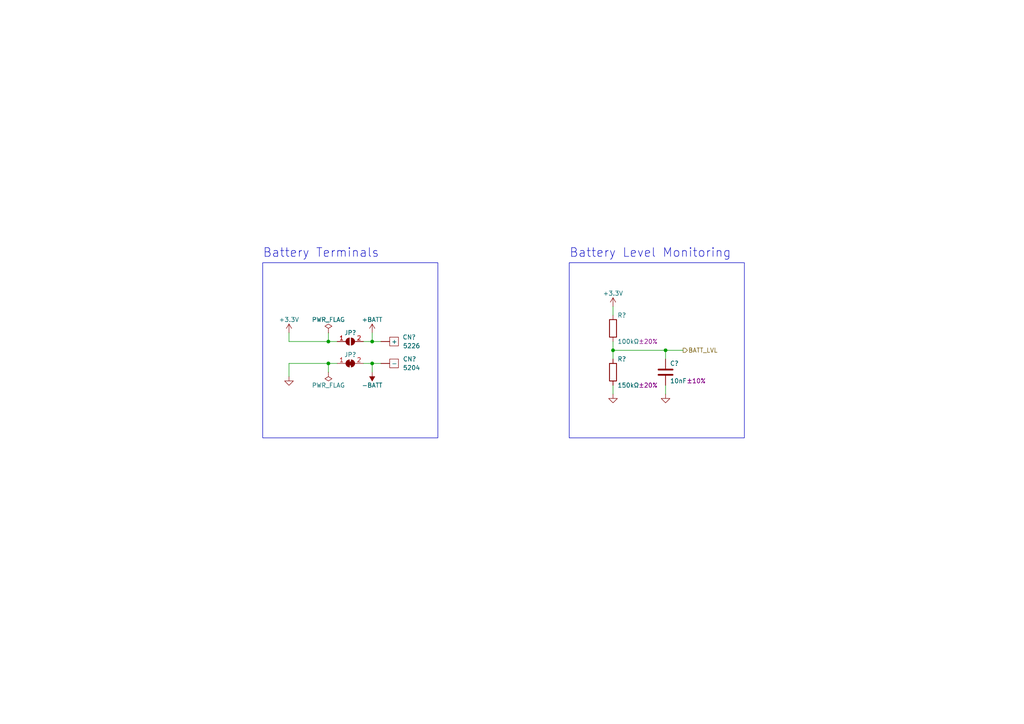
<source format=kicad_sch>
(kicad_sch (version 20230121) (generator eeschema)
  (paper "A4")
  (lib_symbols
    (symbol "BatteryTerminal:Negative_Spring_Battery_Contact_5204" (pin_numbers hide) (pin_names (offset 0.47))
      (property "Reference" "CN" (at 0 3.81 0))
      (property "Value" "5204" (at 0 -3.81 0))
      (symbol "Negative_Spring_Battery_Contact_5204_0_1"
        (rectangle (start -1.27 1.27) (end 1.27 -1.27))
      )
      (symbol "Negative_Spring_Battery_Contact_5204_1_1"
        (pin power_out line (at -3.81 0 0) (length 2.54) (name "-") (number "1"))
      )
    )
    (symbol "BatteryTerminal:Positive_Button_Battery_Contact_5226" (pin_numbers hide) (pin_names (offset 0.465))
      (property "Reference" "CN" (at 0 3.81 0))
      (property "Value" "5226" (at 0 -3.81 0))
      (symbol "Positive_Button_Battery_Contact_5226_0_1"
        (rectangle (start -1.27 1.27) (end 1.27 -1.27))
      )
      (symbol "Positive_Button_Battery_Contact_5226_1_1"
        (pin power_out line (at -3.81 0 0) (length 2.54) (name "+") (number "1"))
      )
    )
    (symbol "Device:C" (pin_numbers hide) (pin_names (offset 0.254))
      (property "Reference" "C" (at 0.635 2.54 0))
      (property "Value" "C" (at 0.635 -2.54 0))
      (symbol "C_0_1"
        (polyline (pts (xy -2.032 -0.762) (xy 2.032 -0.762)) (stroke (width 0.508)))
        (polyline (pts (xy -2.032 0.762) (xy 2.032 0.762)) (stroke (width 0.508)))
      )
      (symbol "C_1_1"
        (pin passive line (at 0 3.81 270) (length 2.794) (name "~") (number "1"))
        (pin passive line (at 0 -3.81 90) (length 2.794) (name "~") (number "2"))
      )
    )
    (symbol "Device:R" (pin_numbers hide) (pin_names (offset 0))
      (property "Reference" "R" (at 2.032 0 90))
      (property "Value" "R" (at 0 0 90))
      (symbol "R_0_1"
        (rectangle (start -1.016 -2.54) (end 1.016 2.54) (stroke (width 0.254)))
      )
      (symbol "R_1_1"
        (pin passive line (at 0 3.81 270) (length 1.27) (name "~") (number "1"))
        (pin passive line (at 0 -3.81 90) (length 1.27) (name "~") (number "2"))
      )
    )
    (symbol "Jumper:SolderJumper_2_Bridged" (pin_names (offset 0) hide)
      (property "Reference" "JP" (at 0 2.032 0))
      (property "Value" "SolderJumper_2_Bridged" (at 0 -2.54 0))
      (symbol "SolderJumper_2_Bridged_0_1"
        (rectangle (start -0.508 0.508) (end 0.508 -0.508) (fill (type outline)))
        (arc (start -0.254 1.016) (mid -1.2656 0) (end -0.254 -1.016))
        (arc (start -0.254 1.016) (mid -1.2656 0) (end -0.254 -1.016) (fill (type outline)))
        (polyline (pts (xy -0.254 1.016) (xy -0.254 -1.016)))
        (polyline (pts (xy 0.254 1.016) (xy 0.254 -1.016)))
        (arc (start 0.254 -1.016) (mid 1.2656 0) (end 0.254 1.016))
        (arc (start 0.254 -1.016) (mid 1.2656 0) (end 0.254 1.016) (fill (type outline)))
      )
      (symbol "SolderJumper_2_Bridged_1_1"
        (pin passive line (at -3.81 0 0) (length 2.54) (name "A") (number "1"))
        (pin passive line (at 3.81 0 180) (length 2.54) (name "B") (number "2"))
      )
    )
    (symbol "Jumper:SolderJumper_2_Open" (pin_names (offset 0) hide)
      (property "Reference" "JP" (at 0 2.032 0))
      (property "Value" "SolderJumper_2_Open" (at 0 -2.54 0))
      (symbol "SolderJumper_2_Open_0_1"
        (arc (start -0.254 1.016) (mid -1.2656 0) (end -0.254 -1.016))
        (arc (start -0.254 1.016) (mid -1.2656 0) (end -0.254 -1.016) (fill (type outline)))
        (polyline (pts (xy -0.254 1.016) (xy -0.254 -1.016)))
        (polyline (pts (xy 0.254 1.016) (xy 0.254 -1.016)))
        (arc (start 0.254 -1.016) (mid 1.2656 0) (end 0.254 1.016))
        (arc (start 0.254 -1.016) (mid 1.2656 0) (end 0.254 1.016) (fill (type outline)))
      )
      (symbol "SolderJumper_2_Open_1_1"
        (pin passive line (at -3.81 0 0) (length 2.54) (name "A") (number "1"))
        (pin passive line (at 3.81 0 180) (length 2.54) (name "B") (number "2"))
      )
    )
    (symbol "power:+3.3V" (power) (pin_names (offset 0))
      (property "Value" "+3.3V" (at 0 3.556 0))
      (symbol "+3.3V_0_1"
        (polyline (pts (xy -0.762 1.27) (xy 0 2.54)))
        (polyline (pts (xy 0 0) (xy 0 2.54)))
        (polyline (pts (xy 0 2.54) (xy 0.762 1.27)))
      )
      (symbol "+3.3V_1_1"
        (pin power_in line (at 0 0 90) (length 0) hide (name "+3.3V") (number "1"))
      )
    )
    (symbol "power:+BATT" (power) (pin_names (offset 0))
      (property "Value" "+BATT" (at 0 3.556 0))
      (symbol "+BATT_0_1"
        (polyline (pts (xy -0.762 1.27) (xy 0 2.54)))
        (polyline (pts (xy 0 0) (xy 0 2.54)))
        (polyline (pts (xy 0 2.54) (xy 0.762 1.27)))
      )
      (symbol "+BATT_1_1"
        (pin power_in line (at 0 0 90) (length 0) hide (name "+BATT") (number "1"))
      )
    )
    (symbol "power:-BATT" (power) (pin_names (offset 0))
      (property "Value" "-BATT" (at 0 3.556 0))
      (symbol "-BATT_0_1"
        (polyline (pts (xy 0 0) (xy 0 2.54)))
        (polyline (pts (xy 0.762 1.27) (xy -0.762 1.27) (xy 0 2.54) (xy 0.762 1.27)) (fill (type outline)))
      )
      (symbol "-BATT_1_1"
        (pin power_in line (at 0 0 90) (length 0) hide (name "-BATT") (number "1"))
      )
    )
    (symbol "power:GND" (power) (pin_names (offset 0))
      (property "Value" "GND" (at 0 -3.81 0))
      (symbol "GND_0_1"
        (polyline (pts (xy 0 0) (xy 0 -1.27) (xy 1.27 -1.27) (xy 0 -2.54) (xy -1.27 -1.27) (xy 0 -1.27)))
      )
      (symbol "GND_1_1"
        (pin power_in line (at 0 0 270) (length 0) hide (name "GND") (number "1"))
      )
    )
    (symbol "power:PWR_FLAG" (power) (pin_numbers hide) (pin_names (offset 0) hide)
      (property "Value" "PWR_FLAG" (at 0 3.81 0))
      (symbol "PWR_FLAG_0_0"
        (pin power_out line (at 0 0 90) (length 0) (name "pwr") (number "1"))
      )
      (symbol "PWR_FLAG_0_1"
        (polyline (pts (xy 0 0) (xy 0 1.27) (xy -1.016 1.905) (xy 0 2.54) (xy 1.016 1.905) (xy 0 1.27)))
      )
    )
  )
  (junction (at 107.95 99.06))
  (junction (at 177.8 101.6))
  (junction (at 107.95 105.41))
  (junction (at 95.25 105.41))
  (junction (at 95.25 99.06))
  (junction (at 193.04 101.6))
  (wire (pts (xy 177.8 101.6) (xy 177.8 104.14)))
  (wire (pts (xy 95.25 105.41) (xy 97.79 105.41)))
  (wire (pts (xy 177.8 99.06) (xy 177.8 101.6)))
  (wire (pts (xy 105.41 105.41) (xy 107.95 105.41)))
  (wire (pts (xy 83.82 99.06) (xy 95.25 99.06)))
  (wire (pts (xy 107.95 105.41) (xy 110.49 105.41)))
  (wire (pts (xy 97.79 99.06) (xy 95.25 99.06)))
  (wire (pts (xy 83.82 96.52) (xy 83.82 99.06)))
  (wire (pts (xy 83.82 105.41) (xy 83.82 109.22)))
  (wire (pts (xy 177.8 111.76) (xy 177.8 114.3)))
  (wire (pts (xy 177.8 101.6) (xy 193.04 101.6)))
  (wire (pts (xy 105.41 99.06) (xy 107.95 99.06)))
  (wire (pts (xy 95.25 96.52) (xy 95.25 99.06)))
  (wire (pts (xy 107.95 99.06) (xy 107.95 96.52)))
  (wire (pts (xy 193.04 101.6) (xy 198.12 101.6)))
  (wire (pts (xy 107.95 105.41) (xy 107.95 107.95)))
  (wire (pts (xy 107.95 99.06) (xy 110.49 99.06)))
  (wire (pts (xy 193.04 111.76) (xy 193.04 114.3)))
  (wire (pts (xy 83.82 105.41) (xy 95.25 105.41)))
  (wire (pts (xy 177.8 88.9) (xy 177.8 91.44)))
  (wire (pts (xy 193.04 101.6) (xy 193.04 104.14)))
  (wire (pts (xy 95.25 105.41) (xy 95.25 107.95)))
  (rectangle (start 76.2 76.2) (end 127 127))
  (rectangle (start 165.1 76.2) (end 215.9 127))
  (text "Battery Level Monitoring" (at 165.1 74.93 0) (effects (font (size 2.54 2.54)) (justify left bottom)))
  (text "Battery Terminals" (at 76.2 74.93 0) (effects (font (size 2.54 2.54)) (justify left bottom)))
  (hierarchical_label "BATT_LVL" (shape output) (at 198.12 101.6 0))
  (symbol (lib_id "power:-BATT") (at 107.95 107.95 180) (unit 1)
    (property "Reference" "#PWR?" (effects hide))
    (property "Value" "-BATT" (at 107.95 111.76 0))
    (instances (project "narrow-door-contact-sensor" (path "" (reference "#PWR?") (unit 1)) (path "" (reference "#PWR026") (unit 1))))
  )
  (symbol (lib_id "power:PWR_FLAG") (at 95.25 107.95 180) (unit 1)
    (property "Reference" "#FLG?" (effects hide))
    (property "Value" "PWR_FLAG" (at 95.25 111.76 0))
    (instances (project "narrow-door-contact-sensor" (path "" (reference "#FLG?") (unit 1)) (path "" (reference "#FLG02") (unit 1))))
  )
  (symbol (lib_id "power:PWR_FLAG") (at 95.25 96.52 0) (unit 1)
    (property "Reference" "#FLG?" (effects hide))
    (property "Value" "PWR_FLAG" (at 95.25 92.71 0))
    (instances (project "narrow-door-contact-sensor" (path "" (reference "#FLG?") (unit 1)) (path "" (reference "#FLG01") (unit 1))))
  )
  (symbol (lib_id "power:+3.3V") (at 177.8 88.9 0) (unit 1)
    (property "Reference" "#PWR?" (effects hide))
    (property "Value" "+3.3V" (at 177.8 85.09 0))
    (instances (project "narrow-door-contact-sensor" (path "" (reference "#PWR?") (unit 1)) (path "" (reference "#PWR023") (unit 1))))
  )
  (symbol (lib_id "Jumper:SolderJumper_2_Bridged") (at 101.6 105.41 0) (unit 1) (in_bom no)
    (property "Reference" "JP?" (at 101.6 102.87 0))
    (property "Value" "SolderJumper_2_Bridged" (effects hide))
    (property "Footprint" "Jumper:SolderJumper-2_P1.3mm_Bridged_RoundedPad1.0x1.5mm" (effects hide))
    (property "Sim.Device" "R" (effects hide))
    (property "Sim.Pins" "1=+ 2=-" (effects hide))
    (property "Sim.Params" "r=0" (effects hide))
    (instances (project "narrow-door-contact-sensor" (path "" (reference "JP?") (unit 1)) (path "" (reference "JP2") (unit 1))))
  )
  (symbol (lib_id "Device:R") (at 177.8 107.95 0) (unit 1)
    (property "Reference" "R?" (at 179.07 104.14 0) (effects (justify left)))
    (property "Value" "150kΩ" (at 179.07 111.76 0) (effects (justify left)))
    (property "Footprint" "Resistor_SMD:R_0201_0603Metric" (effects hide))
    (property "Tolerance" "±20%" (at 187.96 111.76 0))
    (property "LCSC Part" "C473465" (effects hide))
    (property "Sim.Device" "R" (effects hide))
    (property "Sim.Params" "r=150k" (effects hide))
    (property "Sim.Pins" "1=+ 2=-" (effects hide))
    (instances (project "narrow-door-contact-sensor" (path "" (reference "R?") (unit 1)) (path "" (reference "R4") (unit 1))) (project "OBJEX-DoorSensor_v1.2" (path "" (reference "R14") (unit 1)) (path "" (reference "R14") (unit 1))))
  )
  (symbol (lib_id "power:+BATT") (at 107.95 96.52 0) (unit 1)
    (property "Reference" "#PWR?" (effects hide))
    (property "Value" "+BATT" (at 107.95 92.71 0))
    (instances (project "narrow-door-contact-sensor" (path "" (reference "#PWR?") (unit 1)) (path "" (reference "#PWR024") (unit 1))))
  )
  (symbol (lib_id "power:GND") (at 83.82 109.22 0) (mirror y) (unit 1)
    (property "Reference" "#PWR?" (effects hide))
    (property "Value" "GND" (effects hide))
    (instances (project "narrow-door-contact-sensor" (path "" (reference "#PWR?") (unit 1)) (path "" (reference "#PWR022") (unit 1))))
  )
  (symbol (lib_id "Device:R") (at 177.8 95.25 0) (mirror x) (unit 1)
    (property "Reference" "R?" (at 179.07 91.44 0) (effects (justify left)))
    (property "Value" "100kΩ" (at 179.07 99.06 0) (effects (justify left)))
    (property "Footprint" "Resistor_SMD:R_0201_0603Metric" (effects hide))
    (property "Tolerance" "±20%" (at 187.96 99.06 0))
    (property "LCSC Part" "C304505" (effects hide))
    (property "Sim.Device" "R" (effects hide))
    (property "Sim.Params" "r=100k" (effects hide))
    (property "Sim.Pins" "1=+ 2=-" (effects hide))
    (instances (project "narrow-door-contact-sensor" (path "" (reference "R?") (unit 1)) (path "" (reference "R3") (unit 1))) (project "OBJEX-DoorSensor_v1.2" (path "" (reference "R13") (unit 1)) (path "" (reference "R13") (unit 1))))
  )
  (symbol (lib_id "BatteryTerminal:Negative_Spring_Battery_Contact_5204") (at 114.3 105.41 0) (unit 1) (in_bom no)
    (property "Reference" "CN?" (at 116.84 104.14 0) (effects (justify left)))
    (property "Value" "5204" (at 116.84 106.68 0) (effects (justify left)))
    (property "Footprint" "BatteryTerminal:Keystone_5204" (effects hide))
    (property "Datasheet" "https://www.keyelco.com/product-pdf.cfm?p=892" (effects hide))
    (property "Sim.Device" "V" (effects hide))
    (property "Sim.Type" "DC" (effects hide))
    (property "Sim.Pins" "1=-" (effects hide))
    (property "Sim.Params" "dc=3.3" (effects hide))
    (instances (project "narrow-door-contact-sensor" (path "" (reference "CN?") (unit 1)) (path "" (reference "CN2") (unit 1))))
  )
  (symbol (lib_id "BatteryTerminal:Positive_Button_Battery_Contact_5226") (at 114.3 99.06 0) (unit 1) (in_bom no)
    (property "Reference" "CN?" (at 120.65 97.79 0) (effects (justify right)))
    (property "Value" "5226" (at 116.84 100.33 0) (effects (justify left)))
    (property "Footprint" "BatteryTerminal:Keystone_5226" (effects hide))
    (property "Datasheet" "https://www.keyelco.com/product-pdf.cfm?p=897" (effects hide))
    (property "Sim.Device" "V" (effects hide))
    (property "Sim.Type" "DC" (effects hide))
    (property "Sim.Pins" "1=+" (effects hide))
    (property "Sim.Params" "dc=3.3" (effects hide))
    (property "LCSC Part" "C238139" (effects hide))
    (instances (project "narrow-door-contact-sensor" (path "" (reference "CN?") (unit 1)) (path "" (reference "CN1") (unit 1))))
  )
  (symbol (lib_id "Jumper:SolderJumper_2_Open") (at 101.6 99.06 0) (unit 1) (in_bom no)
    (property "Reference" "JP?" (at 101.6 96.52 0))
    (property "Value" "SolderJumper_2_Bridged" (effects hide))
    (property "Footprint" "Jumper:SolderJumper-2_P1.3mm_Open_RoundedPad1.0x1.5mm" (effects hide))
    (property "Sim.Device" "R" (effects hide))
    (property "Sim.Pins" "1=+ 2=-" (effects hide))
    (property "Sim.Params" "r=0" (effects hide))
    (instances (project "narrow-door-contact-sensor" (path "" (reference "JP?") (unit 1)) (path "" (reference "JP1") (unit 1))))
  )
  (symbol (lib_id "power:GND") (at 193.04 114.3 0) (unit 1)
    (property "Reference" "#PWR?" (effects hide))
    (property "Value" "GND" (effects hide))
    (instances (project "narrow-door-contact-sensor" (path "" (reference "#PWR?") (unit 1)) (path "" (reference "#PWR028") (unit 1))) (project "OBJEX-DoorSensor_v1.2" (path "" (reference "#PWR030") (unit 1)) (path "" (reference "#PWR030") (unit 1))))
  )
  (symbol (lib_id "power:GND") (at 177.8 114.3 0) (unit 1)
    (property "Reference" "#PWR?" (effects hide))
    (property "Value" "GND" (effects hide))
    (instances (project "narrow-door-contact-sensor" (path "" (reference "#PWR?") (unit 1)) (path "" (reference "#PWR027") (unit 1))) (project "OBJEX-DoorSensor_v1.2" (path "" (reference "#PWR031") (unit 1)) (path "" (reference "#PWR031") (unit 1))))
  )
  (symbol (lib_id "Device:C") (at 193.04 107.95 0) (unit 1)
    (property "Reference" "C?" (at 194.31 105.41 0) (effects (justify left)))
    (property "Value" "10nF" (at 194.31 110.49 0) (effects (justify left)))
    (property "Footprint" "Capacitor_SMD:C_0201_0603Metric" (effects hide))
    (property "Tolerance" "±10%" (at 201.93 110.49 0))
    (property "LCSC Part" "C76941" (effects hide))
    (property "Part" "GRM033R71A103KA01D" (effects hide))
    (property "Voltage" "6.3V" (effects hide))
    (property "Sim.Device" "C" (effects hide))
    (property "Sim.Params" "c=10n" (effects hide))
    (property "Sim.Pins" "1=+ 2=-" (effects hide))
    (instances (project "narrow-door-contact-sensor" (path "" (reference "C?") (unit 1)) (path "" (reference "C12") (unit 1))) (project "OBJEX-DoorSensor_v1.2" (path "" (reference "C11") (unit 1)) (path "" (reference "C11") (unit 1))))
  )
  (symbol (lib_id "power:+3.3V") (at 83.82 96.52 0) (unit 1)
    (property "Reference" "#PWR?" (effects hide))
    (property "Value" "+3.3V" (at 83.82 92.71 0))
    (instances (project "narrow-door-contact-sensor" (path "" (reference "#PWR?") (unit 1)) (path "" (reference "#PWR021") (unit 1))))
  )
)
</source>
